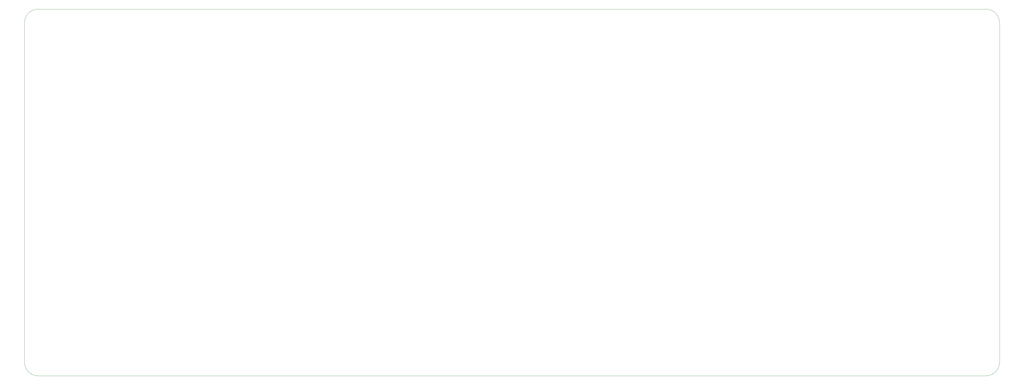
<source format=gbr>
%TF.GenerationSoftware,KiCad,Pcbnew,9.0.5*%
%TF.CreationDate,2026-02-18T01:23:15+05:30*%
%TF.ProjectId,Rheneium,5268656e-6569-4756-9d2e-6b696361645f,rev?*%
%TF.SameCoordinates,Original*%
%TF.FileFunction,Profile,NP*%
%FSLAX46Y46*%
G04 Gerber Fmt 4.6, Leading zero omitted, Abs format (unit mm)*
G04 Created by KiCad (PCBNEW 9.0.5) date 2026-02-18 01:23:15*
%MOMM*%
%LPD*%
G01*
G04 APERTURE LIST*
%TA.AperFunction,Profile*%
%ADD10C,0.050000*%
%TD*%
G04 APERTURE END LIST*
D10*
X19287500Y-174625000D02*
G75*
G02*
X14287500Y-169625000I0J5000000D01*
G01*
X373062500Y-44687500D02*
X373062500Y-169625000D01*
X368062500Y-174625000D02*
X19287500Y-174625000D01*
X19287500Y-39687500D02*
X368062500Y-39687500D01*
X14287500Y-44687500D02*
G75*
G02*
X19287500Y-39687500I5000000J0D01*
G01*
X14287500Y-169625000D02*
X14287500Y-44687500D01*
X368062500Y-39687500D02*
G75*
G02*
X373062500Y-44687500I0J-5000000D01*
G01*
X373062500Y-169625000D02*
G75*
G02*
X368062500Y-174625000I-5000000J0D01*
G01*
M02*

</source>
